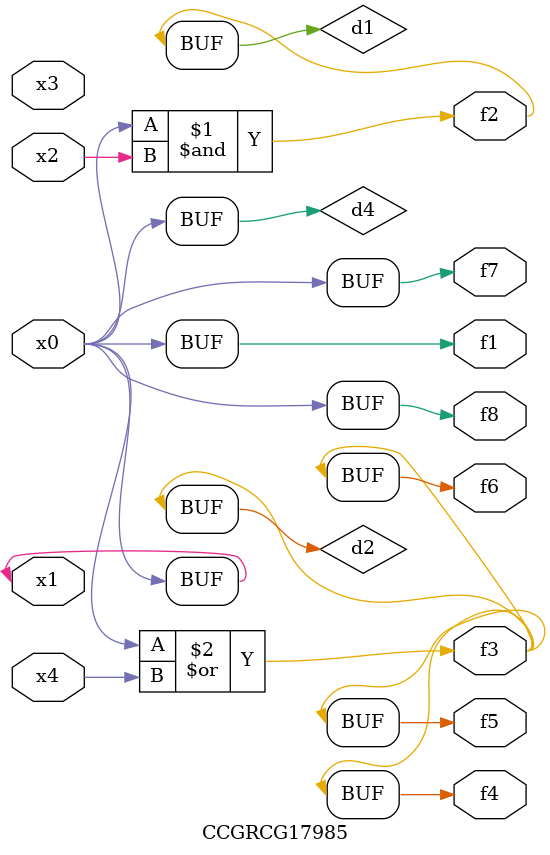
<source format=v>
module CCGRCG17985(
	input x0, x1, x2, x3, x4,
	output f1, f2, f3, f4, f5, f6, f7, f8
);

	wire d1, d2, d3, d4;

	and (d1, x0, x2);
	or (d2, x0, x4);
	nand (d3, x0, x2);
	buf (d4, x0, x1);
	assign f1 = d4;
	assign f2 = d1;
	assign f3 = d2;
	assign f4 = d2;
	assign f5 = d2;
	assign f6 = d2;
	assign f7 = d4;
	assign f8 = d4;
endmodule

</source>
